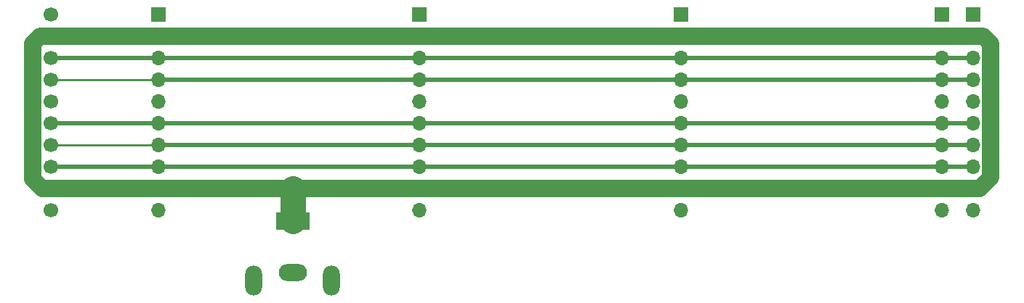
<source format=gbr>
%TF.GenerationSoftware,KiCad,Pcbnew,7.0.9*%
%TF.CreationDate,2024-02-10T01:58:27-05:00*%
%TF.ProjectId,BREAD_Loaf,42524541-445f-44c6-9f61-662e6b696361,rev?*%
%TF.SameCoordinates,PX2fdfdc0PY36746e0*%
%TF.FileFunction,Copper,L1,Top*%
%TF.FilePolarity,Positive*%
%FSLAX46Y46*%
G04 Gerber Fmt 4.6, Leading zero omitted, Abs format (unit mm)*
G04 Created by KiCad (PCBNEW 7.0.9) date 2024-02-10 01:58:27*
%MOMM*%
%LPD*%
G01*
G04 APERTURE LIST*
%TA.AperFunction,ComponentPad*%
%ADD10R,1.700000X1.700000*%
%TD*%
%TA.AperFunction,ComponentPad*%
%ADD11O,1.700000X1.700000*%
%TD*%
%TA.AperFunction,ComponentPad*%
%ADD12R,4.000000X2.000000*%
%TD*%
%TA.AperFunction,ComponentPad*%
%ADD13O,3.300000X2.000000*%
%TD*%
%TA.AperFunction,ComponentPad*%
%ADD14O,2.000000X3.500000*%
%TD*%
%TA.AperFunction,ComponentPad*%
%ADD15C,1.700000*%
%TD*%
%TA.AperFunction,Conductor*%
%ADD16C,2.000000*%
%TD*%
%TA.AperFunction,Conductor*%
%ADD17C,3.000000*%
%TD*%
%TA.AperFunction,Conductor*%
%ADD18C,0.500000*%
%TD*%
%TA.AperFunction,Conductor*%
%ADD19C,0.250000*%
%TD*%
G04 APERTURE END LIST*
D10*
%TO.P,J3,1,Pin_1*%
%TO.N,GND*%
X53000000Y-38590000D03*
D11*
%TO.P,J3,2,Pin_2*%
%TO.N,+12V*%
X53000000Y-41130000D03*
%TO.P,J3,3,Pin_3*%
%TO.N,/SCL_5V*%
X53000000Y-43670000D03*
%TO.P,J3,4,Pin_4*%
%TO.N,/SDA_5V*%
X53000000Y-46210000D03*
%TO.P,J3,5,Pin_5*%
%TO.N,GND*%
X53000000Y-48750000D03*
%TO.P,J3,6,Pin_6*%
%TO.N,/E_STOP_5V*%
X53000000Y-51290000D03*
%TO.P,J3,7,Pin_7*%
%TO.N,/INT_5V*%
X53000000Y-53830000D03*
%TO.P,J3,8,Pin_8*%
%TO.N,/SYNC_5V*%
X53000000Y-56370000D03*
%TO.P,J3,9,Pin_9*%
%TO.N,+12V*%
X53000000Y-58910000D03*
%TO.P,J3,10,Pin_10*%
%TO.N,GND*%
X53000000Y-61450000D03*
%TD*%
D10*
%TO.P,J5,1,Pin_1*%
%TO.N,GND*%
X113800000Y-38590000D03*
D11*
%TO.P,J5,2,Pin_2*%
%TO.N,+12V*%
X113800000Y-41130000D03*
%TO.P,J5,3,Pin_3*%
%TO.N,/SCL_5V*%
X113800000Y-43670000D03*
%TO.P,J5,4,Pin_4*%
%TO.N,/SDA_5V*%
X113800000Y-46210000D03*
%TO.P,J5,5,Pin_5*%
%TO.N,GND*%
X113800000Y-48750000D03*
%TO.P,J5,6,Pin_6*%
%TO.N,/E_STOP_5V*%
X113800000Y-51290000D03*
%TO.P,J5,7,Pin_7*%
%TO.N,/INT_5V*%
X113800000Y-53830000D03*
%TO.P,J5,8,Pin_8*%
%TO.N,/SYNC_5V*%
X113800000Y-56370000D03*
%TO.P,J5,9,Pin_9*%
%TO.N,+12V*%
X113800000Y-58910000D03*
%TO.P,J5,10,Pin_10*%
%TO.N,GND*%
X113800000Y-61450000D03*
%TD*%
D10*
%TO.P,J4,1,Pin_1*%
%TO.N,GND*%
X83400000Y-38590000D03*
D11*
%TO.P,J4,2,Pin_2*%
%TO.N,+12V*%
X83400000Y-41130000D03*
%TO.P,J4,3,Pin_3*%
%TO.N,/SCL_5V*%
X83400000Y-43670000D03*
%TO.P,J4,4,Pin_4*%
%TO.N,/SDA_5V*%
X83400000Y-46210000D03*
%TO.P,J4,5,Pin_5*%
%TO.N,GND*%
X83400000Y-48750000D03*
%TO.P,J4,6,Pin_6*%
%TO.N,/E_STOP_5V*%
X83400000Y-51290000D03*
%TO.P,J4,7,Pin_7*%
%TO.N,/INT_5V*%
X83400000Y-53830000D03*
%TO.P,J4,8,Pin_8*%
%TO.N,/SYNC_5V*%
X83400000Y-56370000D03*
%TO.P,J4,9,Pin_9*%
%TO.N,+12V*%
X83400000Y-58910000D03*
%TO.P,J4,10,Pin_10*%
%TO.N,GND*%
X83400000Y-61450000D03*
%TD*%
D10*
%TO.P,J2,1,Pin_1*%
%TO.N,GND*%
X22600000Y-38590000D03*
D11*
%TO.P,J2,2,Pin_2*%
%TO.N,+12V*%
X22600000Y-41130000D03*
%TO.P,J2,3,Pin_3*%
%TO.N,/SCL_5V*%
X22600000Y-43670000D03*
%TO.P,J2,4,Pin_4*%
%TO.N,/SDA_5V*%
X22600000Y-46210000D03*
%TO.P,J2,5,Pin_5*%
%TO.N,GND*%
X22600000Y-48750000D03*
%TO.P,J2,6,Pin_6*%
%TO.N,/E_STOP_5V*%
X22600000Y-51290000D03*
%TO.P,J2,7,Pin_7*%
%TO.N,/INT_5V*%
X22600000Y-53830000D03*
%TO.P,J2,8,Pin_8*%
%TO.N,/SYNC_5V*%
X22600000Y-56370000D03*
%TO.P,J2,9,Pin_9*%
%TO.N,+12V*%
X22600000Y-58910000D03*
%TO.P,J2,10,Pin_10*%
%TO.N,GND*%
X22600000Y-61450000D03*
%TD*%
D12*
%TO.P,J7,1*%
%TO.N,+12V*%
X38200000Y-62700000D03*
D13*
%TO.P,J7,2*%
%TO.N,GND*%
X38200000Y-68700000D03*
D14*
%TO.P,J7,MP*%
%TO.N,N/C*%
X42700000Y-69700000D03*
X33700000Y-69700000D03*
%TD*%
D15*
%TO.P,J1,1,1*%
%TO.N,GND*%
X10000000Y-61460000D03*
%TO.P,J1,2,2*%
%TO.N,+12V*%
X10000000Y-58920000D03*
%TO.P,J1,3,3*%
%TO.N,/SYNC_5V*%
X10000000Y-56380000D03*
%TO.P,J1,4,4*%
%TO.N,/INT_5V*%
X10000000Y-53840000D03*
%TO.P,J1,5,5*%
%TO.N,/E_STOP_5V*%
X10000000Y-51300000D03*
%TO.P,J1,6,6*%
%TO.N,GND*%
X10000000Y-48760000D03*
%TO.P,J1,7,7*%
%TO.N,/SDA_5V*%
X10000000Y-46220000D03*
%TO.P,J1,8,8*%
%TO.N,/SCL_5V*%
X10000000Y-43680000D03*
%TO.P,J1,9,9*%
%TO.N,+12V*%
X10000000Y-41140000D03*
%TO.P,J1,10,10*%
%TO.N,GND*%
X10000000Y-38600000D03*
%TD*%
D10*
%TO.P,J6,1,1*%
%TO.N,GND*%
X117500000Y-38600000D03*
D11*
%TO.P,J6,2,2*%
%TO.N,+12V*%
X117500000Y-41140000D03*
%TO.P,J6,3,3*%
%TO.N,/SCL_5V*%
X117500000Y-43680000D03*
%TO.P,J6,4,4*%
%TO.N,/SDA_5V*%
X117500000Y-46220000D03*
%TO.P,J6,5,5*%
%TO.N,GND*%
X117500000Y-48760000D03*
%TO.P,J6,6,6*%
%TO.N,/E_STOP_5V*%
X117500000Y-51300000D03*
%TO.P,J6,7,7*%
%TO.N,/INT_5V*%
X117500000Y-53840000D03*
%TO.P,J6,8,8*%
%TO.N,/SYNC_5V*%
X117500000Y-56380000D03*
%TO.P,J6,9,9*%
%TO.N,+12V*%
X117500000Y-58920000D03*
%TO.P,J6,10,10*%
%TO.N,GND*%
X117500000Y-61460000D03*
%TD*%
D16*
%TO.N,+12V*%
X119550000Y-41987919D02*
X119550000Y-57650000D01*
X113800000Y-58910000D02*
X83400000Y-58910000D01*
X10010000Y-58910000D02*
X10000000Y-58920000D01*
X10000000Y-41140000D02*
X22590000Y-41140000D01*
X119550000Y-57650000D02*
X118280000Y-58920000D01*
X118702081Y-41140000D02*
X119550000Y-41987919D01*
X83400000Y-58910000D02*
X53000000Y-58910000D01*
X22600000Y-58910000D02*
X10010000Y-58910000D01*
X53000000Y-58910000D02*
X38200000Y-58910000D01*
X7950000Y-41987919D02*
X7950000Y-57850000D01*
X117500000Y-41140000D02*
X118702081Y-41140000D01*
X22590000Y-41140000D02*
X22600000Y-41130000D01*
X9020000Y-58920000D02*
X10000000Y-58920000D01*
D17*
X38200000Y-62700000D02*
X38200000Y-58910000D01*
D16*
X8797919Y-41140000D02*
X7950000Y-41987919D01*
X118280000Y-58920000D02*
X117500000Y-58920000D01*
X117500000Y-58910000D02*
X113800000Y-58910000D01*
X7950000Y-57850000D02*
X9020000Y-58920000D01*
X22600000Y-41130000D02*
X53000000Y-41130000D01*
X113800000Y-41130000D02*
X117500000Y-41130000D01*
X53000000Y-41130000D02*
X83400000Y-41130000D01*
X38200000Y-58910000D02*
X22600000Y-58910000D01*
X83400000Y-41130000D02*
X113800000Y-41130000D01*
X10000000Y-41140000D02*
X8797919Y-41140000D01*
D18*
%TO.N,/SCL_5V*%
X83400000Y-43670000D02*
X113800000Y-43670000D01*
X22600000Y-43670000D02*
X53000000Y-43670000D01*
X113800000Y-43670000D02*
X117500000Y-43670000D01*
X22600000Y-43670000D02*
X10000000Y-43670000D01*
X53000000Y-43670000D02*
X83400000Y-43670000D01*
%TO.N,/SDA_5V*%
X83400000Y-46210000D02*
X53000000Y-46210000D01*
D19*
X10000000Y-46210000D02*
X22600000Y-46210000D01*
D18*
X53000000Y-46210000D02*
X22600000Y-46210000D01*
X117500000Y-46210000D02*
X113800000Y-46210000D01*
X113800000Y-46210000D02*
X83400000Y-46210000D01*
%TO.N,/E_STOP_5V*%
X83400000Y-51290000D02*
X113800000Y-51290000D01*
X113800000Y-51290000D02*
X117500000Y-51290000D01*
X22600000Y-51290000D02*
X10000000Y-51290000D01*
X53000000Y-51290000D02*
X83400000Y-51290000D01*
X22600000Y-51290000D02*
X53000000Y-51290000D01*
%TO.N,/INT_5V*%
X83400000Y-53830000D02*
X53000000Y-53830000D01*
X117500000Y-53830000D02*
X113800000Y-53830000D01*
D19*
X10000000Y-53830000D02*
X22600000Y-53830000D01*
D18*
X113800000Y-53830000D02*
X83400000Y-53830000D01*
X53000000Y-53830000D02*
X22600000Y-53830000D01*
%TO.N,/SYNC_5V*%
X113800000Y-56370000D02*
X117500000Y-56370000D01*
X22600000Y-56370000D02*
X53000000Y-56370000D01*
X22600000Y-56370000D02*
X10000000Y-56370000D01*
X83400000Y-56370000D02*
X113800000Y-56370000D01*
X53000000Y-56370000D02*
X83400000Y-56370000D01*
%TD*%
M02*

</source>
